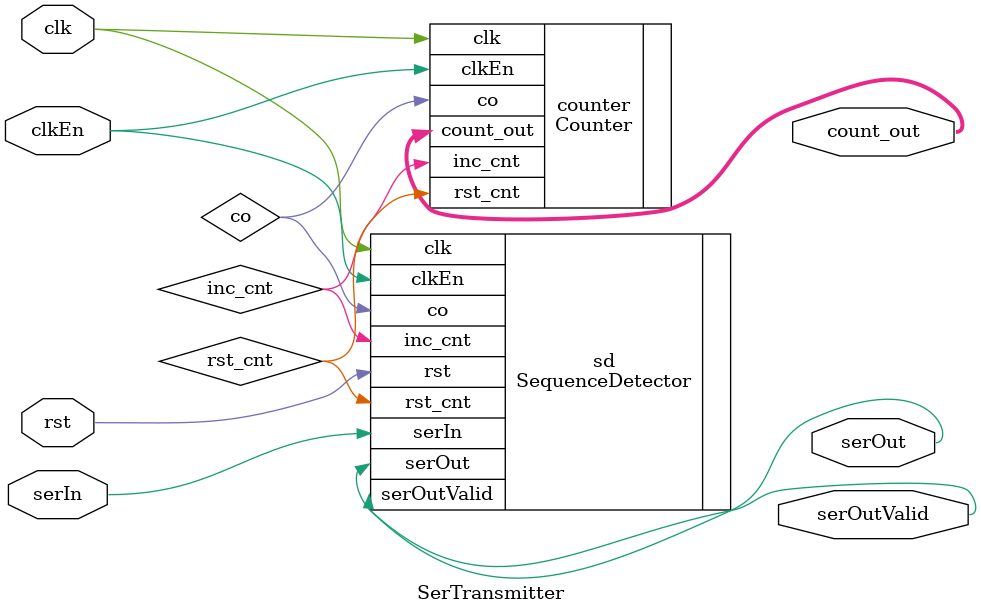
<source format=v>
`timescale 1ns / 1ns
module SerTransmitter(input clk, rst, clkEn, serIn, output serOut, serOutValid, output [3:0] count_out);  	
	wire co, inc_cnt, rst_cnt;
	Counter counter(.clk(clk), .co(co), .inc_cnt(inc_cnt), .rst_cnt(rst_cnt), .clkEn(clkEn), .count_out(count_out));
	SequenceDetector sd(.clk(clk), .rst(rst), .clkEn(clkEn), .serIn(serIn), .co(co), .inc_cnt(inc_cnt), .rst_cnt(rst_cnt), .serOut(serOut), .serOutValid(serOutValid));
endmodule
</source>
